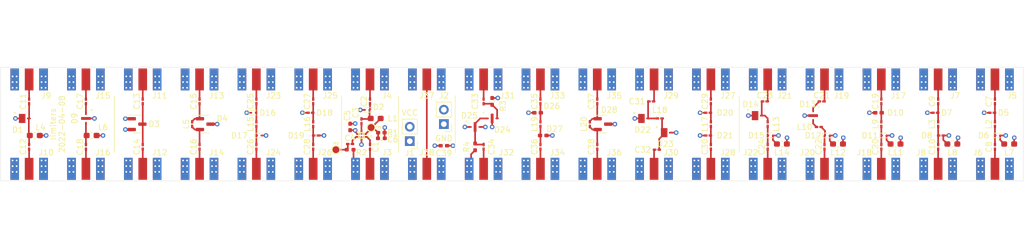
<source format=kicad_pcb>
(kicad_pcb (version 20211014) (generator pcbnew)
  (layers (0 "F.Cu" signal) (1 "In1.Cu" signal) (2 "In2.Cu" signal) (31 "B.Cu" signal) (34 "B.Paste" user) (35 "F.Paste" user) (36 "B.SilkS" user "B.Silkscreen") (37 "F.SilkS" user "F.Silkscreen") (38 "B.Mask" user) (39 "F.Mask" user) (44 "Edge.Cuts" user))
  (net 0 "")
  (net 1 "Net-(C1-Pad2)")
  (net 2 "Net-(C1-Pad1)")
  (net 3 "Net-(C2-Pad2)")
  (net 4 "Net-(C2-Pad1)")
  (net 5 "Net-(C3-Pad1)")
  (net 6 "Net-(C4-Pad2)")
  (net 7 "Net-(C4-Pad1)")
  (net 8 "VCC")
  (net 9 "GND")
  (net 10 "Net-(C6-Pad1)")
  (net 11 "Net-(C7-Pad2)")
  (net 12 "Net-(C7-Pad1)")
  (net 13 "Net-(C8-Pad2)")
  (net 14 "Net-(C8-Pad1)")
  (net 15 "Net-(C9-Pad2)")
  (net 16 "Net-(C9-Pad1)")
  (net 17 "Net-(C10-Pad2)")
  (net 18 "Net-(C10-Pad1)")
  (net 19 "Net-(C11-Pad2)")
  (net 20 "Net-(C11-Pad1)")
  (net 21 "Net-(C12-Pad1)")
  (net 22 "Net-(C13-Pad2)")
  (net 23 "Net-(C13-Pad1)")
  (net 24 "Net-(C14-Pad1)")
  (net 25 "Net-(C15-Pad2)")
  (net 26 "Net-(C15-Pad1)")
  (net 27 "Net-(C16-Pad2)")
  (net 28 "Net-(C16-Pad1)")
  (net 29 "Net-(C17-Pad2)")
  (net 30 "Net-(C17-Pad1)")
  (net 31 "Net-(C18-Pad2)")
  (net 32 "Net-(C18-Pad1)")
  (net 33 "Net-(C19-Pad2)")
  (net 34 "Net-(C19-Pad1)")
  (net 35 "Net-(C20-Pad2)")
  (net 36 "Net-(C20-Pad1)")
  (net 37 "Net-(C21-Pad2)")
  (net 38 "Net-(C21-Pad1)")
  (net 39 "Net-(C22-Pad2)")
  (net 40 "Net-(C22-Pad1)")
  (net 41 "Net-(C23-Pad2)")
  (net 42 "Net-(C23-Pad1)")
  (net 43 "Net-(C24-Pad2)")
  (net 44 "Net-(C24-Pad1)")
  (net 45 "Net-(C25-Pad2)")
  (net 46 "Net-(C25-Pad1)")
  (net 47 "Net-(C26-Pad2)")
  (net 48 "Net-(C26-Pad1)")
  (net 49 "Net-(C27-Pad2)")
  (net 50 "Net-(C27-Pad1)")
  (net 51 "Net-(C28-Pad2)")
  (net 52 "Net-(C28-Pad1)")
  (net 53 "Net-(C29-Pad2)")
  (net 54 "Net-(C29-Pad1)")
  (net 55 "Net-(C30-Pad2)")
  (net 56 "Net-(C30-Pad1)")
  (net 57 "Net-(C31-Pad2)")
  (net 58 "Net-(C31-Pad1)")
  (net 59 "Net-(C32-Pad2)")
  (net 60 "Net-(C32-Pad1)")
  (net 61 "Net-(C33-Pad2)")
  (net 62 "Net-(C33-Pad1)")
  (net 63 "Net-(C34-Pad2)")
  (net 64 "Net-(C34-Pad1)")
  (net 65 "Net-(C35-Pad2)")
  (net 66 "Net-(C35-Pad1)")
  (net 67 "Net-(C36-Pad2)")
  (net 68 "Net-(C36-Pad1)")
  (net 69 "Net-(C37-Pad2)")
  (net 70 "Net-(C37-Pad1)")
  (net 71 "Net-(C38-Pad2)")
  (net 72 "Net-(C38-Pad1)")
  (net 73 "Net-(D13-Pad3)")
  (net 74 "Net-(J37-Pad1)")
  (footprint "Capacitor_SMD:C_0201_0603Metric_Pad0.64x0.40mm_HandSolder" (layer "F.Cu") (at 108.5 109.5 90)
    (fp_text reference "C3")
    (fp_text value "220 nF")
  )
  (footprint "Capacitor_SMD:C_0201_0603Metric_Pad0.64x0.40mm_HandSolder" (layer "F.Cu") (at 106.5 113.5)
    (fp_text reference "C4")
    (fp_text value "220 nF")
  )
  (footprint "Capacitor_SMD:C_0402_1005Metric_Pad0.74x0.62mm_HandSolder" (layer "F.Cu") (at 106.5 110.5 -90)
    (fp_text reference "C5")
    (fp_text value "10 nF")
  )
  (footprint "Capacitor_SMD:C_0402_1005Metric_Pad0.74x0.62mm_HandSolder" (layer "F.Cu") (at 112 111.5)
    (fp_text reference "C6")
    (fp_text value "C")
  )
  (footprint "Capacitor_SMD:C_0201_0603Metric_Pad0.64x0.40mm_HandSolder" (layer "F.Cu") (at 220 106 90)
    (fp_text reference "C7")
    (fp_text value "220 nF")
  )
  (footprint "Capacitor_SMD:C_0201_0603Metric_Pad0.64x0.40mm_HandSolder" (layer "F.Cu") (at 220 114 90)
    (fp_text reference "C8")
    (fp_text value "220 nF")
  )
  (footprint "Capacitor_SMD:C_0201_0603Metric_Pad0.64x0.40mm_HandSolder" (layer "F.Cu") (at 210 106 90)
    (fp_text reference "C9")
    (fp_text value "220 nF")
  )
  (footprint "Capacitor_SMD:C_0201_0603Metric_Pad0.64x0.40mm_HandSolder" (layer "F.Cu") (at 210 114 90)
    (fp_text reference "C10")
    (fp_text value "220 nF")
  )
  (footprint "Capacitor_SMD:C_0201_0603Metric_Pad0.64x0.40mm_HandSolder" (layer "F.Cu") (at 50 114 90)
    (fp_text reference "C12")
    (fp_text value "220 nF")
  )
  (footprint "Capacitor_SMD:C_0201_0603Metric_Pad0.64x0.40mm_HandSolder" (layer "F.Cu") (at 70 106 90)
    (fp_text reference "C13")
    (fp_text value "220 nF")
  )
  (footprint "Capacitor_SMD:C_0201_0603Metric_Pad0.64x0.40mm_HandSolder" (layer "F.Cu") (at 70 114 90)
    (fp_text reference "C14")
    (fp_text value "220 nF")
  )
  (footprint "Capacitor_SMD:C_0201_0603Metric_Pad0.64x0.40mm_HandSolder" (layer "F.Cu") (at 80 106 90)
    (fp_text reference "C15")
    (fp_text value "220 nF")
  )
  (footprint "Capacitor_SMD:C_0201_0603Metric_Pad0.64x0.40mm_HandSolder" (layer "F.Cu") (at 80 114 90)
    (fp_text reference "C16")
    (fp_text value "220 nF")
  )
  (footprint "Capacitor_SMD:C_0201_0603Metric_Pad0.64x0.40mm_HandSolder" (layer "F.Cu") (at 60 106 90)
    (fp_text reference "C17")
    (fp_text value "220 nF")
  )
  (footprint "Capacitor_SMD:C_0201_0603Metric_Pad0.64x0.40mm_HandSolder" (layer "F.Cu") (at 60 114 90)
    (fp_text reference "C18")
    (fp_text value "220 nF")
  )
  (footprint "Capacitor_SMD:C_0201_0603Metric_Pad0.64x0.40mm_HandSolder" (layer "F.Cu") (at 200 106 90)
    (fp_text reference "C19")
    (fp_text value "220 nF")
  )
  (footprint "Capacitor_SMD:C_0201_0603Metric_Pad0.64x0.40mm_HandSolder" (layer "F.Cu") (at 200 114 90)
    (fp_text reference "C20")
    (fp_text value "220 nF")
  )
  (footprint "Capacitor_SMD:C_0201_0603Metric_Pad0.64x0.40mm_HandSolder" (layer "F.Cu") (at 189.5 106)
    (fp_text reference "C21")
    (fp_text value "220 nF")
  )
  (footprint "Capacitor_SMD:C_0201_0603Metric_Pad0.64x0.40mm_HandSolder" (layer "F.Cu") (at 190 114 90)
    (fp_text reference "C22")
    (fp_text value "220 nF")
  )
  (footprint "Capacitor_SMD:C_0201_0603Metric_Pad0.64x0.40mm_HandSolder" (layer "F.Cu") (at 179.5 106)
    (fp_text reference "C23")
    (fp_text value "220 nF")
  )
  (footprint "Capacitor_SMD:C_0201_0603Metric_Pad0.64x0.40mm_HandSolder" (layer "F.Cu") (at 180 114 90)
    (fp_text reference "C24")
    (fp_text value "220 nF")
  )
  (footprint "Capacitor_SMD:C_0201_0603Metric_Pad0.64x0.40mm_HandSolder" (layer "F.Cu") (at 90 106 90)
    (fp_text reference "C25")
    (fp_text value "220 nF")
  )
  (footprint "Capacitor_SMD:C_0201_0603Metric_Pad0.64x0.40mm_HandSolder" (layer "F.Cu") (at 90 114 90)
    (fp_text reference "C26")
    (fp_text value "220 nF")
  )
  (footprint "Capacitor_SMD:C_0201_0603Metric_Pad0.64x0.40mm_HandSolder" (layer "F.Cu") (at 100 106 90)
    (fp_text reference "C27")
    (fp_text value "220 nF")
  )
  (footprint "Capacitor_SMD:C_0201_0603Metric_Pad0.64x0.40mm_HandSolder" (layer "F.Cu") (at 100 114 90)
    (fp_text reference "C28")
    (fp_text value "220 nF")
  )
  (footprint "Capacitor_SMD:C_0201_0603Metric_Pad0.64x0.40mm_HandSolder" (layer "F.Cu") (at 170 106 90)
    (fp_text reference "C29")
    (fp_text value "220 nF")
  )
  (footprint "Capacitor_SMD:C_0201_0603Metric_Pad0.64x0.40mm_HandSolder" (layer "F.Cu") (at 170 114 90)
    (fp_text reference "C30")
    (fp_text value "220 nF")
  )
  (footprint "Capacitor_SMD:C_0201_0603Metric_Pad0.64x0.40mm_HandSolder" (layer "F.Cu") (at 160.5 114.5)
    (fp_text reference "C32")
    (fp_text value "220 nF")
  )
  (footprint "Capacitor_SMD:C_0201_0603Metric_Pad0.64x0.40mm_HandSolder" (layer "F.Cu") (at 130 106 90)
    (fp_text reference "C33")
    (fp_text value "220 nF")
  )
  (footprint "Capacitor_SMD:C_0201_0603Metric_Pad0.64x0.40mm_HandSolder" (layer "F.Cu") (at 140 106 90)
    (fp_text reference "C35")
    (fp_text value "220 nF")
  )
  (footprint "Capacitor_SMD:C_0201_0603Metric_Pad0.64x0.40mm_HandSolder" (layer "F.Cu") (at 140 114 90)
    (fp_text reference "C36")
    (fp_text value "220 nF")
  )
  (footprint "Capacitor_SMD:C_0201_0603Metric_Pad0.64x0.40mm_HandSolder" (layer "F.Cu") (at 150 106 90)
    (fp_text reference "C37")
    (fp_text value "220 nF")
  )
  (footprint "Capacitor_SMD:C_0201_0603Metric_Pad0.64x0.40mm_HandSolder" (layer "F.Cu") (at 150 114 90)
    (fp_text reference "C38")
    (fp_text value "220 nF")
  )
  (footprint "limiters:SMP1345-087LF" (layer "F.Cu") (at 49 109)
    (fp_text reference "D1")
    (fp_text value "D")
  )
  (footprint "Diode_SMD:D_SOD-923" (layer "F.Cu") (at 109.5 107.5 180)
    (fp_text reference "D2")
    (fp_text value "D_Schottky")
  )
  (footprint "Package_TO_SOT_SMD:SOT-23" (layer "F.Cu") (at 69 110)
    (fp_text reference "D3")
    (fp_text value "D_Schottky_Dual_Series_AKC")
  )
  (footprint "Diode_SMD:D_0201_0603Metric_Pad0.64x0.40mm_HandSolder" (layer "F.Cu") (at 219.5 108)
    (fp_text reference "D5")
    (fp_text value "D")
  )
  (footprint "Diode_SMD:D_SOD-923" (layer "F.Cu") (at 220.5 112)
    (fp_text reference "D6")
    (fp_text value "D_Schottky")
  )
  (footprint "Diode_SMD:D_0201_0603Metric_Pad0.64x0.40mm_HandSolder" (layer "F.Cu") (at 209.5 108)
    (fp_text reference "D7")
    (fp_text value "D")
  )
  (footprint "limiters:SMP1304-085LF" (layer "F.Cu") (at 60 109 -90)
    (fp_text reference "D9")
    (fp_text value "D_AKA")
  )
  (footprint "Diode_SMD:D_0402_1005Metric_Pad0.77x0.64mm_HandSolder" (layer "F.Cu") (at 199.5 108)
    (fp_text reference "D10")
    (fp_text value "D")
  )
  (footprint "Diode_SMD:D_SOD-923" (layer "F.Cu") (at 200.5 112)
    (fp_text reference "D11")
    (fp_text value "D_Schottky")
  )
  (footprint "Diode_SMD:D_SOD-923" (layer "F.Cu") (at 190.5 112)
    (fp_text reference "D12")
    (fp_text value "D_Schottky")
  )
  (footprint "limiters:SMP1345-087LF" (layer "F.Cu") (at 178 108.5)
    (fp_text reference "D14")
    (fp_text value "D")
  )
  (footprint "Diode_SMD:D_SOD-923" (layer "F.Cu") (at 180.5 112)
    (fp_text reference "D15")
    (fp_text value "D_Schottky")
  )
  (footprint "Diode_SMD:D_SOD-923" (layer "F.Cu") (at 89.5 108)
    (fp_text reference "D16")
    (fp_text value "D_Schottky")
  )
  (footprint "Diode_SMD:D_0201_0603Metric_Pad0.64x0.40mm_HandSolder" (layer "F.Cu") (at 100.5 112)
    (fp_text reference "D19")
    (fp_text value "D_Schottky")
  )
  (footprint "limiters:SMP1345-087LF" (layer "F.Cu") (at 162 111.5)
    (fp_text reference "D23")
    (fp_text value "D")
  )
  (footprint "Diode_SMD:D_0402_1005Metric_Pad0.77x0.64mm_HandSolder" (layer "F.Cu") (at 139.5 108)
    (fp_text reference "D26")
    (fp_text value "D")
  )
  (footprint "Diode_SMD:D_0402_1005Metric_Pad0.77x0.64mm_HandSolder" (layer "F.Cu") (at 140.5 112)
    (fp_text reference "D27")
    (fp_text value "D")
  )
  (footprint "Package_TO_SOT_SMD:SOT-23" (layer "F.Cu") (at 151 110)
    (fp_text reference "D28")
    (fp_text value "D_Dual_Series_AKC")
  )
  (footprint "limiters:SMA-EDGE" (layer "F.Cu") (at 110 120 90)
    (fp_text reference "J3")
    (fp_text value "Conn_Coaxial")
  )
  (footprint "limiters:SMA-EDGE" (layer "F.Cu") (at 220 100 -90)
    (fp_text reference "J5")
    (fp_text value "Conn_Coaxial")
  )
  (footprint "limiters:SMA-EDGE" (layer "F.Cu") (at 220 120 90)
    (fp_text reference "J6")
    (fp_text value "Conn_Coaxial")
  )
  (footprint "limiters:SMA-EDGE" (layer "F.Cu") (at 210 100 -90)
    (fp_text reference "J7")
    (fp_text value "Conn_Coaxial")
  )
  (footprint "limiters:SMA-EDGE" (layer "F.Cu") (at 210 120 90)
    (fp_text reference "J8")
    (fp_text value "Conn_Coaxial")
  )
  (footprint "limiters:SMA-EDGE" (layer "F.Cu") (at 50 100 -90)
    (fp_text reference "J9")
    (fp_text value "Conn_Coaxial")
  )
  (footprint "limiters:SMA-EDGE" (layer "F.Cu") (at 50 120 90)
    (fp_text reference "J10")
    (fp_text value "Conn_Coaxial")
  )
  (footprint "limiters:SMA-EDGE" (layer "F.Cu") (at 70 100 -90)
    (fp_text reference "J11")
    (fp_text value "Conn_Coaxial")
  )
  (footprint "limiters:SMA-EDGE" (layer "F.Cu") (at 70 120 90)
    (fp_text reference "J12")
    (fp_text value "Conn_Coaxial")
  )
  (footprint "limiters:SMA-EDGE" (layer "F.Cu") (at 80 100 -90)
    (fp_text reference "J13")
    (fp_text value "Conn_Coaxial")
  )
  (footprint "limiters:SMA-EDGE" (layer "F.Cu") (at 80 120 90)
    (fp_text reference "J14")
    (fp_text value "Conn_Coaxial")
  )
  (footprint "limiters:SMA-EDGE" (layer "F.Cu") (at 60 100 -90)
    (fp_text reference "J15")
    (fp_text value "Conn_Coaxial")
  )
  (footprint "limiters:SMA-EDGE" (layer "F.Cu") (at 60 120 90)
    (fp_text reference "J16")
    (fp_text value "Conn_Coaxial")
  )
  (footprint "limiters:SMA-EDGE" (layer "F.Cu") (at 200 100 -90)
    (fp_text reference "J17")
    (fp_text value "Conn_Coaxial")
  )
  (footprint "limiters:SMA-EDGE" (layer "F.Cu") (at 200 120 90)
    (fp_text reference "J18")
    (fp_text value "Conn_Coaxial")
  )
  (footprint "limiters:SMA-EDGE" (layer "F.Cu") (at 190 100 -90)
    (fp_text reference "J19")
    (fp_text value "Conn_Coaxial")
  )
  (footprint "limiters:SMA-EDGE" (layer "F.Cu") (at 190 120 90)
    (fp_text reference "J20")
    (fp_text value "Conn_Coaxial")
  )
  (footprint "limiters:SMA-EDGE" (layer "F.Cu") (at 180 100 -90)
    (fp_text reference "J21")
    (fp_text value "Conn_Coaxial")
  )
  (footprint "limiters:SMA-EDGE" (layer "F.Cu") (at 180 120 90)
    (fp_text reference "J22")
    (fp_text value "Conn_Coaxial")
  )
  (footprint "limiters:SMA-EDGE" (layer "F.Cu") (at 90 100 -90)
    (fp_text reference "J23")
    (fp_text value "Conn_Coaxial")
  )
  (footprint "limiters:SMA-EDGE" (layer "F.Cu") (at 90 120 90)
    (fp_text reference "J24")
    (fp_text value "Conn_Coaxial")
  )
  (footprint "limiters:SMA-EDGE" (layer "F.Cu") (at 100 100 -90)
    (fp_text reference "J25")
    (fp_text value "Conn_Coaxial")
  )
  (footprint "limiters:SMA-EDGE" (layer "F.Cu") (at 100 120 90)
    (fp_text reference "J26")
    (fp_text value "Conn_Coaxial")
  )
  (footprint "limiters:SMA-EDGE" (layer "F.Cu") (at 170 100 -90)
    (fp_text reference "J27")
    (fp_text value "Conn_Coaxial")
  )
  (footprint "limiters:SMA-EDGE" (layer "F.Cu") (at 170 120 90)
    (fp_text reference "J28")
    (fp_text value "Conn_Coaxial")
  )
  (footprint "limiters:SMA-EDGE" (layer "F.Cu") (at 160 100 -90)
    (fp_text reference "J29")
    (fp_text value "Conn_Coaxial")
  )
  (footprint "limiters:SMA-EDGE" (layer "F.Cu") (at 160 120 90)
    (fp_text reference "J30")
    (fp_text value "Conn_Coaxial")
  )
  (footprint "limiters:SMA-EDGE" (layer "F.Cu") (at 130 100 -90)
    (fp_text reference "J31")
    (fp_text value "Conn_Coaxial")
  )
  (footprint "limiters:SMA-EDGE" (layer "F.Cu") (at 130 120 90)
    (fp_text reference "J32")
    (fp_text value "Conn_Coaxial")
  )
  (footprint "limiters:SMA-EDGE" (layer "F.Cu") (at 140 120 90)
    (fp_text reference "J34")
    (fp_text value "Conn_Coaxial")
  )
  (footprint "limiters:SMA-EDGE" (layer "F.Cu") (at 150 100 -90)
    (fp_text reference "J35")
    (fp_text value "Conn_Coaxial")
  )
  (footprint "limiters:SMA-EDGE" (layer "F.Cu") (at 150 120 90)
    (fp_text reference "J36")
    (fp_text value "Conn_Coaxial")
  )
  (footprint "limiters:SMA-EDGE" (layer "F.Cu") (at 120 100 -90)
    (fp_text reference "J37")
    (fp_text value "Conn_Coaxial")
  )
  (footprint "Inductor_SMD:L_0201_0603Metric_Pad0.64x0.40mm_HandSolder" (layer "F.Cu") (at 220 110 90)
    (fp_text reference "L2")
    (fp_text value "0.4 nH")
  )
  (footprint "Inductor_SMD:L_0201_0603Metric_Pad0.64x0.40mm_HandSolder" (layer "F.Cu") (at 210 110 90)
    (fp_text reference "L3")
    (fp_text value "1.0 nH")
  )
  (footprint "Inductor_SMD:L_0603_1608Metric_Pad1.05x0.95mm_HandSolder" (layer "F.Cu") (at 51 112)
    (fp_text reference "L4")
    (fp_text value "L")
  )
  (footprint "Inductor_SMD:L_0603_1608Metric_Pad1.05x0.95mm_HandSolder" (layer "F.Cu") (at 222.5 113.5)
    (fp_text reference "L7")
    (fp_text value "L")
  )
  (footprint "Inductor_SMD:L_0603_1608Metric_Pad1.05x0.95mm_HandSolder" (layer "F.Cu") (at 212.5 113.5)
    (fp_text reference "L8")
    (fp_text value "L")
  )
  (footprint "Inductor_SMD:L_0201_0603Metric_Pad0.64x0.40mm_HandSolder" (layer "F.Cu") (at 200 110 90)
    (fp_text reference "L9")
    (fp_text value "0.4 nH")
  )
  (footprint "Inductor_SMD:L_0603_1608Metric_Pad1.05x0.95mm_HandSolder" (layer "F.Cu") (at 202.5 113.5)
    (fp_text reference "L11")
    (fp_text value "L")
  )
  (footprint "Inductor_SMD:L_0603_1608Metric_Pad1.05x0.95mm_HandSolder" (layer "F.Cu") (at 192.375 113.5)
    (fp_text reference "L12")
    (fp_text value "L")
  )
  (footprint "Inductor_SMD:L_0201_0603Metric_Pad0.64x0.40mm_HandSolder" (layer "F.Cu") (at 180 110 90)
    (fp_text reference "L13")
    (fp_text value "0.4 nH")
  )
  (footprint "Inductor_SMD:L_0603_1608Metric_Pad1.05x0.95mm_HandSolder" (layer "F.Cu") (at 182.5 113.5)
    (fp_text reference "L14")
    (fp_text value "L")
  )
  (footprint "Inductor_SMD:L_0201_0603Metric_Pad0.64x0.40mm_HandSolder" (layer "F.Cu") (at 140 110 90)
    (fp_text reference "L19")
    (fp_text value "1.4 nH")
  )
  (footprint "Resistor_SMD:R_0402_1005Metric_Pad0.72x0.64mm_HandSolder" (layer "F.Cu") (at 106.5 114.5)
    (fp_text reference "R2")
    (fp_text value "50")
  )
  (footprint "Resistor_SMD:R_0402_1005Metric_Pad0.72x0.64mm_HandSolder" (layer "F.Cu") (at 131.5 106 -90)
    (fp_text reference "R3")
    (fp_text value "10k")
  )
  (footprint "gsg-modules:TESTPOINT-50MIL" (layer "F.Cu") (at 110.2 110.6)
    (fp_text reference "TP1")
    (fp_text value "TestPoint" hide)
  )
  (footprint "gsg-modules:TESTPOINT-50MIL" (layer "F.Cu") (at 104 114.5)
    (fp_text reference "TP2")
    (fp_text value "TestPoint" hide)
  )
  (footprint "Diode_SMD:D_0201_0603Metric_Pad0.64x0.40mm_HandSolder" (layer "F.Cu") (at 169.5 112 180)
    (fp_text reference "D21")
    (fp_text value "D")
  )
  (footprint "Capacitor_SMD:C_0201_0603Metric_Pad0.64x0.40mm_HandSolder" (layer "F.Cu") (at 50 106 90)
    (fp_text reference "C11")
    (fp_text value "220 nF")
  )
  (footprint "Inductor_SMD:L_0603_1608Metric_Pad1.05x0.95mm_HandSolder" (layer "F.Cu") (at 61 112)
    (fp_text reference "L6")
    (fp_text value "L")
  )
  (footprint "Package_TO_SOT_SMD:SOT-23" (layer "F.Cu") (at 81 110)
    (fp_text reference "D4")
    (fp_text value "D_Schottky_Dual_Series_AKC")
  )
  (footprint "Inductor_SMD:L_0201_0603Metric_Pad0.64x0.40mm_HandSolder" (layer "F.Cu") (at 90 110 90)
    (fp_text reference "L15")
    (fp_text value "1.4 nH")
  )
  (footprint "Diode_SMD:D_SOD-923" (layer "F.Cu") (at 90.5 112)
    (fp_text reference "D17")
    (fp_text value "D_Schottky")
  )
  (footprint "Diode_SMD:D_0201_0603Metric_Pad0.64x0.40mm_HandSolder" (layer "F.Cu") (at 99.5 108)
    (fp_text reference "D18")
    (fp_text value "D_Schottky")
  )
  (footprint "limiters:SMA-EDGE" (layer "F.Cu") (at 110 100 -90)
    (fp_text reference "J4")
    (fp_text value "Conn_Coaxial")
  )
  (footprint "Capacitor_SMD:C_0201_0603Metric_Pad0.64x0.40mm_HandSolder" (layer "F.Cu") (at 110 106 90)
    (fp_text reference "C2")
    (fp_text value "220 nF")
  )
  (footprint "Resistor_SMD:R_0402_1005Metric_Pad0.72x0.64mm_HandSolder" (layer "F.Cu") (at 112 112.5)
    (fp_text reference "R1")
    (fp_text value "10k")
  )
  (footprint "gsg-modules:SKY13350-385LF" (layer "F.Cu") (at 108.5 112)
    (fp_text reference "U1")
    (fp_text value "SKY13453" hide)
  )
  (footprint "Inductor_SMD:L_0603_1608Metric_Pad1.05x0.95mm_HandSolder" (layer "F.Cu") (at 111 109 180)
    (fp_text reference "L1")
    (fp_text value "L")
  )
  (footprint "Capacitor_SMD:C_0201_0603Metric_Pad0.64x0.40mm_HandSolder" (layer "F.Cu") (at 110 114 90)
    (fp_text reference "C1")
    (fp_text value "220 nF")
  )
  (footprint "limiters:SMA-EDGE" (layer "F.Cu") (at 120 120 90)
    (fp_text reference "J38")
    (fp_text value "Conn_Coaxial")
  )
  (footprint "Inductor_SMD:L_0201_0603Metric_Pad0.64x0.40mm_HandSolder" (layer "F.Cu") (at 78.7 110 90)
    (fp_text reference "L5")
    (fp_text value "1.4 nH")
  )
  (footprint "Inductor_SMD:L_0201_0603Metric_Pad0.64x0.40mm_HandSolder" (layer "F.Cu") (at 148.7 110 90)
    (fp_text reference "L20")
    (fp_text value "1.4 nH")
  )
  (footprint "limiters:SMA-EDGE" (layer "F.Cu") (at 140 100 -90)
    (fp_text reference "J33")
    (fp_text value "Conn_Coaxial")
  )
  (footprint "limiters:SMP1304-085LF" (layer "F.Cu") (at 128.5 110.5)
    (fp_text reference "D25")
    (fp_text value "D_AKA")
  )
  (footprint "limiters:SMP1304-085LF" (layer "F.Cu") (at 131.5 109)
    (fp_text reference "D24")
    (fp_text value "D_AKA")
  )
  (footprint "limiters:SMP1345-087LF" (layer "F.Cu") (at 158 109)
    (fp_text reference "D22")
    (fp_text value "D")
  )
  (footprint "Inductor_SMD:L_0201_0603Metric_Pad0.64x0.40mm_HandSolder" (layer "F.Cu") (at 100 110 90)
    (fp_text reference "L16")
    (fp_text value "1.0 nH")
  )
  (footprint "Inductor_SMD:L_0201_0603Metric_Pad0.64x0.40mm_HandSolder" (layer "F.Cu") (at 161 109 180)
    (fp_text reference "L18")
    (fp_text value "0.8 nH")
  )
  (footprint "Capacitor_SMD:C_0201_0603Metric_Pad0.64x0.40mm_HandSolder" (layer "F.Cu") (at 159.5 106)
    (fp_text reference "C31")
    (fp_text value "220 nF")
  )
  (footprint "Capacitor_SMD:C_0201_0603Metric_Pad0.64x0.40mm_HandSolder" (layer "F.Cu") (at 130 114 90)
    (fp_text reference "C34")
    (fp_text value "220 nF")
  )
  (footprint "Resistor_SMD:R_0402_1005Metric_Pad0.72x0.64mm_HandSolder" (layer "F.Cu") (at 128.5 114 -90)
    (fp_text reference "R4")
    (fp_text value "10k")
  )
  (footprint "Inductor_SMD:L_0201_0603Metric_Pad0.64x0.40mm_HandSolder" (layer "F.Cu") (at 170 110 90)
    (fp_text reference "L17")
    (fp_text value "1.4 nH")
  )
  (footprint "Diode_SMD:D_0201_0603Metric_Pad0.64x0.40mm_HandSolder" (layer "F.Cu") (at 169.5 108)
    (fp_text reference "D20")
    (fp_text value "D")
  )
  (footprint "Inductor_SMD:L_0201_0603Metric_Pad0.64x0.40mm_HandSolder" (layer "F.Cu") (at 189 110.5 180)
    (fp_text reference "L10")
    (fp_text value "0.6 nH")
  )
  (footprint "limiters:SMP1304-085LF" (layer "F.Cu") (at 188 108.5 -90)
    (fp_text reference "D13")
    (fp_text value "D_AKA")
  )
  (footprint "Diode_SMD:D_0201_0603Metric_Pad0.64x0.40mm_HandSolder" (layer "F.Cu") (at 210.5 112)
    (fp_text reference "D8")
    (fp_text value "D_Schottky")
  )
  (footprint "Connector_PinHeader_2.54mm:PinHeader_1x02_P2.54mm_Vertical" (layer "F.Cu") (at 117 113 180)
    (fp_text reference "J1")
    (fp_text value "Conn_01x02")
  )
  (footprint "Connector_PinHeader_2.54mm:PinHeader_1x02_P2.54mm_Vertical" (layer "F.Cu") (at 123 110 180)
    (fp_text reference "J2")
    (fp_text value "Conn_01x02")
  )
  (footprint "Capacitor_SMD:C_0402_1005Metric_Pad0.74x0.62mm_HandSolder" (layer "F.Cu") (at 123 113.8)
    (fp_text reference "C39")
    (fp_text value "10 nF")
  )
  (gr_line (start 175 105) (end 175 115) (layer "F.SilkS") (width 0.12))
  (gr_line (start 125 105) (end 125 115) (layer "F.SilkS") (width 0.12))
  (gr_line (start 105 105) (end 105 115) (layer "F.SilkS") (width 0.12))
  (gr_line (start 65 105) (end 65 115) (layer "F.SilkS") (width 0.12))
  (gr_line (start 115 105) (end 115 115) (layer "F.SilkS") (width 0.12))
  (gr_line (start 225 100) (end 45 100) (layer "Edge.Cuts") (width 0.05))
  (gr_line (start 45 120) (end 225 120) (layer "Edge.Cuts") (width 0.05))
  (gr_line (start 225 120) (end 225 100) (layer "Edge.Cuts") (width 0.05))
  (gr_line (start 45 100) (end 45 120) (layer "Edge.Cuts") (width 0.05))
  (gr_text "limiters\n2022-04-08" (at 55 110 90) (layer "F.SilkS") (effects (font (size 1 1))))
  (gr_text "GND" (at 123 112.5) (layer "F.SilkS") (effects (font (size 1 1))))
  (gr_text "VCC" (at 117 108) (layer "F.SilkS") (effects (font (size 1 1))))
  (segment (start 110 113.5925) (end 110 112.8) (width 0.29337) (layer "F.Cu") (net 1))
  (segment (start 110 112.8) (end 109.44892 112.24892) (width 0.29337) (layer "F.Cu") (net 1))
  (segment (start 109.44892 112.24892) (end 109.1435 112.24892) (width 0.29337) (layer "F.Cu") (net 1))
  (segment (start 110 114.4075) (end 110 117.968) (width 0.29337) (layer "F.Cu") (net 2))
  (segment (start 110 105.5925) (end 110 102.032) (width 0.29337) (layer "F.Cu") (net 3))
  (segment (start 110 107.42) (end 109.92 107.5) (width 0.29337) (layer "F.Cu") (net 4))
  (segment (start 110.0325 109.0925) (end 110.125 109) (width 0.29337) (layer "F.Cu") (net 4))
  (segment (start 110 106.4075) (end 110 107.42) (width 0.29337) (layer "F.Cu") (net 4))
  (segment (start 109.92 107.5) (end 109.92 108.795) (width 0.29337) (layer "F.Cu") (net 4))
  (segment (start 108.5 109.0925) (end 110.0325 109.0925) (width 0.29337) (layer "F.Cu") (net 4))
  (segment (start 109.92 108.795) (end 110.125 109) (width 0.29337) (layer "F.Cu") (net 4))
  (segment (start 108.5 109.9075) (end 108.5 111.448) (width 0.29337) (layer "F.Cu") (net 5))
  (segment (start 107.55108 112.24892) (end 107.8565 112.24892) (width 0.29337) (layer "F.Cu") (net 6))
  (segment (start 106.9075 113.5) (end 106.9075 112.8925) (width 0.29337) (layer "F.Cu") (net 6))
  (segment (start 106.9075 112.8925) (end 107.55108 112.24892) (width 0.29337) (layer "F.Cu") (net 6))
  (segment (start 106.0925 113.5) (end 106.0925 114.31) (width 0.29337) (layer "F.Cu") (net 7))
  (segment (start 105.9025 114.5) (end 104 114.5) (width 0.29337) (layer "F.Cu") (net 7))
  (segment (start 106.0925 114.31) (end 105.9025 114.5) (width 0.29337) (layer "F.Cu") (net 7))
  (segment (start 107.8565 111.75108) (end 107.82108 111.75108) (width 0.29337) (layer "F.Cu") (net 8))
  (segment (start 107.3675 111.0675) (end 107.4 111.1) (width 0.29337) (layer "F.Cu") (net 8))
  (segment (start 132.4975 105.4025) (end 132.5 105.4) (width 0.29337) (layer "F.Cu") (net 8))
  (segment (start 123.5675 113.8) (end 124.6 113.8) (width 0.29337) (layer "F.Cu") (net 8))
  (segment (start 106.5 111.0675) (end 107.3675 111.0675) (width 0.29337) (layer "F.Cu") (net 8))
  (segment (start 131.5 105.4025) (end 132.4975 105.4025) (width 0.29337) (layer "F.Cu") (net 8))
  (segment (start 107.4 111.33) (end 107.4 111.1) (width 0.29337) (layer "F.Cu") (net 8))
  (segment (start 107.82108 111.75108) (end 107.4 111.33) (width 0.29337) (layer "F.Cu") (net 8))
  (segment (start 131.5 109) (end 131.5 110.5) (width 0.29337) (layer "F.Cu") (net 8))
  (via (at 107.4 111.1) (size 0.8) (drill 0.4) (layers "F.Cu" "B.Cu") (net 8))
  (via (at 124.6 113.8) (size 0.8) (drill 0.4) (layers "F.Cu" "B.Cu") (net 8))
  (via (at 132.5 105.4) (size 0.8) (drill 0.4) (layers "F.Cu" "B.Cu") (net 8))
  (via (at 131.5 110.5) (size 0.8) (drill 0.4) (layers "F.Cu" "B.Cu") (net 8))
  (segment (start 190.92 112) (end 191.9 112) (width 0.29337) (layer "F.Cu") (net 9))
  (segment (start 107.0975 114.5) (end 107.0975 116.3975) (width 0.29337) (layer "F.Cu") (net 9))
  (segment (start 190.92 112) (end 190.92 112.92) (width 0.29337) (layer "F.Cu") (net 9))
  (segment (start 188 108.5) (end 186.5 108.5) (width 0.29337) (layer "F.Cu") (net 9))
  (segment (start 210.9075 112) (end 211.9 112) (width 0.29337) (layer "F.Cu") (net 9))
  (segment (start 48.775 109) (end 47.6 109) (width 0.29337) (layer "F.Cu") (net 9))
  (segment (start 129.375 110.5) (end 130.3 110.5) (width 0.29337) (layer "F.Cu") (net 9))
  (segment (start 190.92 112.92) (end 191.5 113.5) (width 0.29337) (layer "F.Cu") (net 9))
  (segment (start 157.775 109) (end 156.6 109) (width 0.29337) (layer "F.Cu") (net 9))
  (segment (start 169.0925 112) (end 168.1 112) (width 0.29337) (layer "F.Cu") (net 9))
  (segment (start 89.08 108) (end 88.3 108) (width 0.29337) (layer "F.Cu") (net 9))
  (segment (start 141.0725 112) (end 142.1 112) (width 0.29337) (layer "F.Cu") (net 9))
  (segment (start 220.92 112) (end 221.9 112) (width 0.29337) (layer "F.Cu") (net 9))
  (segment (start 99.0925 108) (end 98.1 108) (width 0.29337) (layer "F.Cu") (net 9))
  (segment (start 112.5675 110.6325) (end 112.6 110.6) (width 0.29337) (layer "F.Cu") (net 9))
  (segment (start 213.375 113.5) (end 213.375 112.525) (width 0.29337) (layer "F.Cu") (net 9))
  (segment (start 68 110.95) (end 66.95 110.95) (width 0.29337) (layer "F.Cu") (net 9))
  (segment (start 193.25 112.45) (end 193.3 112.4) (width 0.29337) (layer "F.Cu") (net 9))
  (segment (start 180.92 112) (end 180.92 112.795) (width 0.29337) (layer "F.Cu") (net 9))
  (segment (start 109.08 107.5) (end 108.3 107.5) (width 0.29337) (layer "F.Cu") (net 9))
  (segment (start 209.0925 108) (end 208.1 108) (width 0.29337) (layer "F.Cu") (net 9))
  (segment (start 112.5675 111.5) (end 112.5675 110.6325) (width 0.29337) (layer "F.Cu") (net 9))
  (segment (start 61.875 112) (end 63 112) (width 0.29337) (layer "F.Cu") (net 9))
  (segment (start 162.95 111.5) (end 163.9 111.5) (width 0.29337) (layer "F.Cu") (net 9))
  (segment (start 200.92 112) (end 200.92 112.795) (width 0.29337) (layer "F.Cu") (net 9))
  (segment (start 108.5 112.552) (end 108.5 113.6) (width 0.29337) (layer "F.Cu") (net 9))
  (segment (start 220.92 112.795) (end 221.625 113.5) (width 0.29337) (layer "F.Cu") (net 9))
  (segment (start 106.5 109.9325) (end 107.3675 109.9325) (width 0.29337) (layer "F.Cu") (net 9))
  (segment (start 138.9275 108) (end 137.9 108) (width 0.29337) (layer "F.Cu") (net 9))
  (segment (start 180.92 112) (end 181.9 112) (width 0.29337) (layer "F.Cu") (net 9))
  (segment (start 210.9075 112) (end 210.9075 112.7825) (width 0.29337) (layer "F.Cu") (net 9))
  (segment (start 68 109.05) (end 66.95 109.05) (width 0.29337) (layer "F.Cu") (net 9))
  (segment (start 223.375 112.425) (end 223.4 112.4) (width 0.29337) (layer "F.Cu") (net 9))
  (segment (start 100.9075 112) (end 101.9 112) (width 0.29337) (layer "F.Cu") (net 9))
  (segment (start 82 110) (end 83.1 110) (width 0.29337) (layer "F.Cu") (net 9))
  (segment (start 107.0975 116.3975) (end 107.1 116.4) (width 0.29337) (layer "F.Cu") (net 9))
  (segment (start 193.25 113.5) (end 193.25 112.45) (width 0.29337) (layer "F.Cu") (net 9))
  (segment (start 169.0925 108) (end 168.1 108) (width 0.29337) (layer "F.Cu") (net 9))
  (segment (start 210.9075 112.7825) (end 211.625 113.5) (width 0.29337) (layer "F.Cu") (net 9))
  (segment (start 198.9275 108) (end 197.9 108) (width 0.29337) (layer "F.Cu") (net 9))
  (segment (start 127.625 110.5) (end 126.7 110.5) (width 0.29337) (layer "F.Cu") (net 9))
  (segment (start 219.0925 108) (end 218.1 108) (width 0.29337) (layer "F.Cu") (net 9))
  (segment (start 183.375 113.5) (end 183.375 112.425) (width 0.29337) (layer "F.Cu") (net 9))
  (segment (start 200.92 112.795) (end 201.625 113.5) (width 0.29337) (layer "F.Cu") (net 9))
  (segment (start 223.375 113.5) (end 223.375 112.425) (width 0.29337) (layer "F.Cu") (net 9))
  (segment (start 122.4325 113.8) (end 121.4 113.8) (width 0.29337) (layer "F.Cu") (net 9))
  (segment (start 213.375 112.525) (end 213.5 112.4) (width 0.29337) (layer "F.Cu") (net 9))
  (segment (start 200.92 112) (end 201.9 112) (width 0.29337) (layer "F.Cu") (net 9))
  (segment (start 112.5675 112.47) (end 112.5975 112.5) (width 0.29337) (layer "F.Cu") (net 9))
  (segment (start 107.3675 109.9325) (end 107.4 109.9) (width 0.29337) (layer "F.Cu") (net 9))
  (segment (start 90.92 112) (end 91.7 112) (width 0.29337) (layer "F.Cu") (net 9))
  (segment (start 128.5 114.5975) (end 127.8 115.2975) (width 0.29337) (layer "F.Cu") (net 9))
  (segment (start 183.375 112.425) (end 183.4 112.4) (width 0.29337) (layer "F.Cu") (net 9))
  (segment (start 177.775 108.5) (end 176.6 108.5) (width 0.29337) (layer "F.Cu") (net 9))
  (segment (start 220.92 112) (end 220.92 112.795) (width 0.29337) (layer "F.Cu") (net 9))
  (segment (start 127.8 115.2975) (end 127.8 116.4) (width 0.29337) (layer "F.Cu") (net 9))
  (segment (start 51.875 112) (end 53 112) (width 0.29337) (layer "F.Cu") (net 9))
  (segment (start 112.5675 111.5) (end 112.5675 112.47) (width 0.29337) (layer "F.Cu") (net 9))
  (segment (start 203.375 113.5) (end 203.375 112.425) (width 0.29337) (layer "F.Cu") (net 9))
  (segment (start 60 109) (end 61.5 109) (width 0.29337) (layer "F.Cu") (net 9))
  (segment (start 203.375 112.425) (end 203.4 112.4) (width 0.29337) (layer "F.Cu") (net 9))
  (segment (start 180.92 112.795) (end 181.625 113.5) (width 0.29337) (layer "F.Cu") (net 9))
  (segment (start 152 110) (end 153.1 110) (width 0.29337) (layer "F.Cu") (net 9))
  (via (at 61.5 109) (size 0.8) (drill 0.4) (layers "F.Cu" "B.Cu") (net 9))
  (via (at 168.1 112) (size 0.8) (drill 0.4) (layers "F.Cu" "B.Cu") (net 9))
  (via (at 53 112) (size 0.8) (drill 0.4) (layers "F.Cu" "B.Cu") (net 9))
  (via (at 107.4 109.9) (size 0.8) (drill 0.4) (layers "F.Cu" "B.Cu") (net 9))
  (via (at 112.6 110.6) (size 0.8) (drill 0.4) (layers "F.Cu" "B.Cu") (net 9))
  (via (at 163.9 111.5) (size 0.8) (drill 0.4) (layers "F.Cu" "B.Cu") (net 9))
  (via (at 63 112) (size 0.8) (drill 0.4) (layers "F.Cu" "B.Cu") (net 9))
  (via (at 83.1 110) (size 0.8) (drill 0.4) (layers "F.Cu" "B.Cu") (net 9))
  (via (at 197.9 108) (size 0.8) (drill 0.4) (layers "F.Cu" "B.Cu") (net 9))
  (via (at 176.6 108.5) (size 0.8) (drill 0.4) (layers "F.Cu" "B.Cu") (net 9))
  (via (at 211.9 112) (size 0.8) (drill 0.4) (layers "F.Cu" "B.Cu") (net 9))
  (via (at 66.95 109.05) (size 0.8) (drill 0.4) (layers "F.Cu" "B.Cu") (net 9))
  (via (at 213.5 112.4) (size 0.8) (drill 0.4) (layers "F.Cu" "B.Cu") (net 9))
  (via (at 108.5 113.6) (size 0.8) (drill 0.4) (layers "F.Cu" "B.Cu") (net 9))
  (via (at 101.9 112) (size 0.8) (drill 0.4) (layers "F.Cu" "B.Cu") (net 9))
  (via (at 47.6 109) (size 0.8) (drill 0.4) (layers "F.Cu" "B.Cu") (net 9))
  (via (at 126.7 110.5) (size 0.8) (drill 0.4) (layers "F.Cu" "B.Cu") (net 9))
  (via (at 98.1 108) (size 0.8) (drill 0.4) (layers "F.Cu" "B.Cu") (net 9))
  (via (at 168.1 108) (size 0.8) (drill 0.4) (layers "F.Cu" "B.Cu") (net 9))
  (via (at 156.6 109) (size 0.8) (drill 0.4) (layers "F.Cu" "B.Cu") (net 9))
  (via (at 121.4 113.8) (size 0.8) (drill 0.4) (layers "F.Cu" "B.Cu") (net 9))
  (via (at 218.1 108) (size 0.8) (drill 0.4) (layers "F.Cu" "B.Cu") (net 9))
  (via (at 108.3 107.5) (size 0.8) (drill 0.4) (layers "F.Cu" "B.Cu") (net 9))
  (via (at 88.3 108) (size 0.8) (drill 0.4) (layers "F.Cu" "B.Cu") (net 9))
  (via (at 181.9 112) (size 0.8) (drill 0.4) (layers "F.Cu" "B.Cu") (net 9))
  (via (at 201.9 112) (size 0.8) (drill 0.4) (layers "F.Cu" "B.Cu") (net 9))
  (via (at 191.9 112) (size 0.8) (drill 0.4) (layers "F.Cu" "B.Cu") (net 9))
  (via (at 130.3 110.5) (size 0.8) (drill 0.4) (layers "F.Cu" "B.Cu") (net 9))
  (via (at 223.4 112.4) (size 0.8) (drill 0.4) (layers "F.Cu" "B.Cu") (net 9))
  (via (at 153.1 110) (size 0.8) (drill 0.4) (layers "F.Cu" "B.Cu") (net 9))
  (via (at 193.3 112.4) (size 0.8) (drill 0.4) (layers "F.Cu" "B.Cu") (net 9))
  (via (at 183.4 112.4) (size 0.8) (drill 0.4) (layers "F.Cu" "B.Cu") (net 9))
  (via (at 221.9 112) (size 0.8) (drill 0.4) (layers "F.Cu" "B.Cu") (net 9))
  (via (at 137.9 108) (size 0.8) (drill 0.4) (layers "F.Cu" "B.Cu") (net 9))
  (via (at 142.1 112) (size 0.8) (drill 0.4) (layers "F.Cu" "B.Cu") (net 9))
  (via (at 91.7 112) (size 0.8) (drill 0.4) (layers "F.Cu" "B.Cu") (net 9))
  (via (at 208.1 108) (size 0.8) (drill 0.4) (layers "F.Cu" "B.Cu") (net 9))
  (via (at 66.95 110.95) (size 0.8) (drill 0.4) (layers "F.Cu" "B.Cu") (net 9))
  (via (at 203.4 112.4) (size 0.8) (drill 0.4) (layers "F.Cu" "B.Cu") (net 9))
  (via (at 186.5 108.5) (size 0.8) (drill 0.4) (layers "F.Cu" "B.Cu") (net 9))
  (segment (start 110.2 110.6) (end 110.275 110.6) (width 0.29337) (layer "F.Cu") (net 10))
  (segment (start 110.2 110.76) (end 109.20892 111.75108) (width 0.29337) (layer "F.Cu") (net 10))
  (segment (start 110.275 110.6) (end 111.875 109) (width 0.29337) (layer "F.Cu") (net 10))
  (segment (start 110.2 110.6) (end 110.2 110.76) (width 0.29337) (layer "F.Cu") (net 10))
  (segment (start 110.2 110.6) (end 110.5325 110.6) (width 0.29337) (layer "F.Cu") (net 10))
  (segment (start 111.4325 112.47) (end 111.4025 112.5) (width 0.29337) (layer "F.Cu") (net 10))
  (segment (start 111.4325 111.5) (end 111.4325 112.47) (width 0.29337) (layer "F.Cu") (net 10))
  (segment (start 110.5325 110.6) (end 111.4325 111.5) (width 0.29337) (layer "F.Cu") (net 10))
  (segment (start 109.20892 111.75108) (end 109.1435 111.75108) (width 0.29337) (layer "F.Cu") (net 10))
  (segment (start 220 105.5925) (end 220 102.032) (width 0.29337) (layer "F.Cu") (net 11))
  (segment (start 220 109.5925) (end 220 108.0925) (width 0.29337) (layer "F.Cu") (net 12))
  (segment (start 220 107.9075) (end 219.9075 108) (width 0.29337) (layer "F.Cu") (net 12))
  (segment (start 220 106.4075) (end 220 107.9075) (width 0.29337) (layer "F.Cu") (net 12))
  (segment (start 220 108.0925) (end 219.9075 108) (width 0.29337) (layer "F.Cu") (net 12))
  (segment (start 220 113.5925) (end 220 112.08) (width 0.29337) (layer "F.Cu") (net 13))
  (segment (start 220 112.08) (end 220.08 112) (width 0.29337) (layer "F.Cu") (net 13))
  (segment (start 220 111.92) (end 220.08 112) (width 0.29337) (layer "F.Cu") (net 13))
  (segment (start 220 110.4075) (end 220 111.92) (width 0.29337) (layer "F.Cu") (net 13))
  (segment (start 220 114.4075) (end 220 117.968) (width 0.29337) (layer "F.Cu") (net 14))
  (segment (start 210 105.5925) (end 210 102.032) (width 0.29337) (layer "F.Cu") (net 15))
  (segment (start 210 108.0925) (end 209.9075 108) (width 0.29337) (layer "F.Cu") (net 16))
  (segment (start 210 107.9075) (end 209.9075 108) (width 0.29337) (layer "F.Cu") (net 16))
  (segment (start 210 106.4075) (end 210 107.9075) (width 0.29337) (layer "F.Cu") (net 16))
  (segment (start 210 109.5925) (end 210 108.0925) (width 0.29337) (layer "F.Cu") (net 16))
  (segment (start 210 113.5925) (end 210 112.0925) (width 0.29337) (layer "F.Cu") (net 17))
  (segment (start 210 110.4075) (end 210 111.9075) (width 0.29337) (layer "F.Cu") (net 17))
  (segment (start 210 111.9075) (end 210.0925 112) (width 0.29337) (layer "F.Cu") (net 17))
  (segment (start 210 112.0925) (end 210.0925 112) (width 0.29337) (layer "F.Cu") (net 17))
  (segment (start 210 114.4075) (end 210 117.968) (width 0.29337) (layer "F.Cu") (net 18))
  (segment (start 50 102.032) (end 50 105.5925) (width 0.29337) (layer "F.Cu") (net 19))
  (segment (start 49.95 111.825) (end 50.125 112) (width 0.29337) (layer "F.Cu") (net 20))
  (segment (start 50 108.95) (end 49.95 109) (width 0.29337) (layer "F.Cu") (net 20))
  (segment (start 50 113.5925) (end 50 112.125) (width 0.29337) (layer "F.Cu") (net 20))
  (segment (start 50 112.125) (end 50.125 112) (width 0.29337) (layer "F.Cu") (net 20))
  (segment (start 50 106.4075) (end 50 108.95) (width 0.29337) (layer "F.Cu") (net 20))
  (segment (start 49.95 109) (end 49.95 111.825) (width 0.29337) (layer "F.Cu") (net 20))
  (segment (start 50 114.4075) (end 50 117.968) (width 0.29337) (layer "F.Cu") (net 21))
  (segment (start 70 105.5925) (end 70 102.032) (width 0.29337) (layer "F.Cu") (net 22))
  (segment (start 70 106.4075) (end 70 110) (width 0.29337) (layer "F.Cu") (net 23))
  (segment (start 70 113.5925) (end 70 110) (width 0.29337) (layer "F.Cu") (net 23))
  (segment (start 70 114.4075) (end 70 117.968) (width 0.29337) (layer "F.Cu") (net 24))
  (segment (start 80 105.5925) (end 80 102.032) (width 0.29337) (layer "F.Cu") (net 25))
  (segment (start 79.15 109.05) (end 78.7 109.5) (width 0.29337) (layer "F.Cu") (net 26))
  (segment (start 78.7 109.5) (end 78.7 109.5925) (width 0.29337) (layer "F.Cu") (net 26))
  (segment (start 80.0625 109.05) (end 79.15 109.05) (width 0.29337) (layer "F.Cu") (net 26))
  (segment (start 80 106.4075) (end 80 109.05) (width 0.29337) (layer "F.Cu") (net 26))
  (segment (start 79.15 110.95) (end 78.7 110.5) (width 0.29337) (layer "F.Cu") (net 27))
  (segment (start 80.0625 110.95) (end 79.15 110.95) (width 0.29337) (layer "F.Cu") (net 27))
  (segment (start 80 113.5925) (end 80 110.95) (width 0.29337) (layer "F.Cu") (net 27))
  (segment (start 78.7 110.5) (end 78.7 110.4075) (width 0.29337) (layer "F.Cu") (net 27))
  (segment (start 80 114.4075) (end 80 117.968) (width 0.29337) (layer "F.Cu") (net 28))
  (segment (start 60 102.032) (end 60 105.5925) (width 0.29337) (layer "F.Cu") (net 29))
  (segment (start 60 106.4075) (end 60 108.125) (width 0.29337) (layer "F.Cu") (net 30))
  (segment (start 60 111.875) (end 60.125 112) (width 0.29337) (layer "F.Cu") (net 31))
  (segment (start 60 113.5925) (end 60 112.125) (width 0.29337) (layer "F.Cu") (net 31))
  (segment (start 60 112.125) (end 60.125 112) (width 0.29337) (layer "F.Cu") (net 31))
  (segment (start 60 109.875) (end 60 111.875) (width 0.29337) (layer "F.Cu") (net 31))
  (segment (start 60 114.4075) (end 60 117.968) (width 0.29337) (layer "F.Cu") (net 32))
  (segment (start 200 105.5925) (end 200 102.032) (width 0.29337) (layer "F.Cu") (net 33))
  (segment (start 200 106.4075) (end 200 107.9275) (width 0.29337) (layer "F.Cu") (net 34))
  (segment (start 200 109.5925) (end 200 108.0725) (width 0.29337) (layer "F.Cu") (net 34))
  (segment (start 200 108.0725) (end 200.0725 108) (width 0.29337) (layer "F.Cu") (net 34))
  (segment (start 200 107.9275) (end 200.0725 108) (width 0.29337) (layer "F.Cu") (net 34))
  (segment (start 200 113.5925) (end 200 112.08) (width 0.29337) (layer "F.Cu") (net 35))
  (segment (start 200 111.92) (end 200.08 112) (width 0.29337) (layer "F.Cu") (net 35))
  (segment (start 200 110.4075) (end 200 111.92) (width 0.29337) (layer "F.Cu") (net 35))
  (segment (start 200 112.08) (end 200.08 112) (width 0.29337) (layer "F.Cu") (net 35))
  (segment (start 200 114.4075) (end 200 117.968) (width 0.29337) (layer "F.Cu") (net 36))
  (segment (start 189.9075 106) (end 190 105.9075) (width 0.29337) (layer "F.Cu") (net 37))
  (segment (start 190 105.9075) (end 190 102.032) (width 0.29337) (layer "F.Cu") (net 37))
  (segment (start 189.0925 106) (end 188 107.0925) (width 0.29337) (layer "F.Cu") (net 38))
  (segment (start 188 107.0925) (end 188 107.625) (width 0.29337) (layer "F.Cu") (net 38))
  (segment (start 190 113.5925) (end 190 112.08) (width 0.29337) (layer "F.Cu") (net 39))
  (segment (start 190.08 111.1725) (end 190.08 112) (width 0.29337) (layer "F.Cu") (net 39))
  (segment (start 190 112.08) (end 190.08 112) (width 0.29337) (layer "F.Cu") (net 39))
  (segment (start 189.4075 110.5) (end 190.08 111.1725) (width 0.29337) (layer "F.Cu") (net 39))
  (segment (start 190 114.4075) (end 190 117.968) (width 0.29337) (layer "F.Cu") (net 40))
  (segment (start 180 102.032) (end 180 105.9075) (width 0.29337) (layer "F.Cu") (net 41))
  (segment (start 180 105.9075) (end 179.9075 106) (width 0.29337) (layer "F.Cu") (net 41))
  (segment (start 178.95 108.5) (end 179.5 108.5) (width 0.29337) (layer "F.Cu") (net 42))
  (segment (start 178.95 108.5) (end 178.95 106.1425) (width 0.29337) (layer "F.Cu") (net 42))
  (segment (start 179.5 108.5) (end 180 109) (width 0.29337) (layer "F.Cu") (net 42))
  (segment (start 178.95 106.1425) (end 179.0925 106) (width 0.29337) (layer "F.Cu") (net 42))
  (segment (start 180 109) (end 180 109.5925) (width 0.29337) (layer "F.Cu") (net 42))
  (segment (start 180 112.08) (end 180.08 112) (width 0.29337) (layer "F.Cu") (net 43))
  (segment (start 180 111.92) (end 180.08 112) (width 0.29337) (layer "F.Cu") (net 43))
  (segment (start 180 110.4075) (end 180 111.92) (width 0.29337) (layer "F.Cu") (net 43))
  (segment (start 180 113.5925) (end 180 112.08) (width 0.29337) (layer "F.Cu") (net 43))
  (segment (start 180 114.4075) (end 180 117.968) (width 0.29337) (layer "F.Cu") (net 44))
  (segment (start 90 105.5925) (end 90 102.032) (width 0.29337) (layer "F.Cu") (net 45))
  (segment (start 90 108.08) (end 89.92 108) (width 0.29337) (layer "F.Cu") (net 46))
  (segment (start 90 109.5925) (end 90 108.08) (width 0.29337) (layer "F.Cu") (net 46))
  (segment (start 90 106.4075) (end 90 107.92) (width 0.29337) (layer "F.Cu") (net 46))
  (segment (start 90 107.92) (end 89.92 108) (width 0.29337) (layer "F.Cu") (net 46))
  (segment (start 90 113.5925) (end 90 112.08) (width 0.29337) (layer "F.Cu") (net 47))
  (segment (start 90 111.92) (end 90.08 112) (width 0.29337) (layer "F.Cu") (net 47))
  (segment (start 90 112.08) (end 90.08 112) (width 0.29337) (layer "F.Cu") (net 47))
  (segment (start 90 110.4075) (end 90 111.92) (width 0.29337) (layer "F.Cu") (net 47))
  (segment (start 90 114.4075) (end 90 117.968) (width 0.29337) (layer "F.Cu") (net 48))
  (segment (start 100 105.5925) (end 100 102.032) (width 0.29337) (layer "F.Cu") (net 49))
  (segment (start 100 107.9075) (end 99.9075 108) (width 0.29337) (layer "F.Cu") (net 50))
  (segment (start 100 109.5925) (end 100 108.0925) (width 0.29337) (layer "F.Cu") (net 50))
  (segment (start 100 108.0925) (end 99.9075 108) (width 0.29337) (layer "F.Cu") (net 50))
  (segment (start 100 106.4075) (end 100 107.9075) (width 0.29337) (layer "F.Cu") (net 50))
  (segment (start 100 113.5925) (end 100 112.0925) (width 0.29337) (layer "F.Cu") (net 51))
  (segment (start 100 111.9075) (end 100.0925 112) (width 0.29337) (layer "F.Cu") (net 51))
  (segment (start 100 112.0925) (end 100.0925 112) (width 0.29337) (layer "F.Cu") (net 51))
  (segment (start 100 110.4075) (end 100 111.9075) (width 0.29337) (layer "F.Cu") (net 51))
  (segment (start 100 114.4075) (end 100 117.968) (width 0.29337) (layer "F.Cu") (net 52))
  (segment (start 170 105.5925) (end 170 102.032) (width 0.29337) (layer "F.Cu") (net 53))
  (segment (start 170 108.0925) (end 169.9075 108) (width 0.29337) (layer "F.Cu") (net 54))
  (segment (start 170 107.9075) (end 169.9075 108) (width 0.29337) (layer "F.Cu") (net 54))
  (segment (start 170 109.5925) (end 170 108.0925) (width 0.29337) (layer "F.Cu") (net 54))
  (segment (start 170 106.4075) (end 170 107.9075) (width 0.29337) (layer "F.Cu") (net 54))
  (segment (start 170 113.5925) (end 170 112.0925) (width 0.29337) (layer "F.Cu") (net 55))
  (segment (start 170 110.4075) (end 170 111.9075) (width 0.29337) (layer "F.Cu") (net 55))
  (segment (start 170 111.9075) (end 169.9075 112) (width 0.29337) (layer "F.Cu") (net 55))
  (segment (start 170 112.0925) (end 169.9075 112) (width 0.29337) (layer "F.Cu") (net 55))
  (segment (start 170 114.4075) (end 170 117.968) (width 0.29337) (layer "F.Cu") (net 56))
  (segment (start 160 102.032) (end 160 105.9075) (width 0.29337) (layer "F.Cu") (net 57))
  (segment (start 160 105.9075) (end 159.9075 106) (width 0.29337) (layer "F.Cu") (net 57))
  (segment (start 158.95 106.1425) (end 159.0925 106) (width 0.29337) (layer "F.Cu") (net 58))
  (segment (start 158.95 109) (end 158.95 106.1425) (width 0.29337) (layer "F.Cu") (net 58))
  (segment (start 158.95 109) (end 160.5925 109) (width 0.29337) (layer "F.Cu") (net 58))
  (segment (start 161.775 111.725) (end 161.775 111.5) (width 0.29337) (layer "F.Cu") (net 59))
  (segment (start 160.9075 112.5925) (end 161.775 111.725) (width 0.29337) (layer "F.Cu") (net 59))
  (segment (start 161.4075 109) (end 161.4075 111.1325) (width 0.29337) (layer "F.Cu") (net 59))
  (segment (start 160.9075 114.5) (end 160.9075 112.5925) (width 0.29337) (layer "F.Cu") (net 59))
  (segment (start 161.4075 111.1325) (end 161.775 111.5) (width 0.29337) (layer "F.Cu") (net 59))
  (segment (start 160.0925 114.5) (end 160 114.5925) (width 0.29337) (layer "F.Cu") (net 60))
  (segment (start 160 114.5925) (end 160 117.968) (width 0.29337) (layer "F.Cu") (net 60))
  (segment (start 130 105.5925) (end 130 102.032) (width 0.29337) (layer "F.Cu") (net 61))
  (segment (start 131.31 106.4075) (end 131.5 106.5975) (width 0.29337) (layer "F.Cu") (net 62))
  (segment (start 130 106.4075) (end 131.31 106.4075) (width 0.29337) (layer "F.Cu") (net 62))
  (segment (start 131.5 106.5975) (end 132.375 107.4725) (width 0.29337) (layer "F.Cu") (net 62))
  (segment (start 132.375 107.4725) (end 132.375 109) (width 0.29337) (layer "F.Cu") (net 62))
  (segment (start 129.4 109) (end 128.5 109.9) (width 0.29337) (layer "F.Cu") (net 63))
  (segment (start 130.625 109) (end 129.4 109) (width 0.29337) (layer "F.Cu") (net 63))
  (segment (start 128.5 113.4025) (end 128.5 110.5) (width 0.29337) (layer "F.Cu") (net 63))
  (segment (start 128.5 109.9) (end 128.5 110.5) (width 0.29337) (layer "F.Cu") (net 63))
  (segment (start 130 113.5925) (end 128.69 113.5925) (width 0.29337) (layer "F.Cu") (net 63))
  (segment (start 128.69 113.5925) (end 128.5 113.4025) (width 0.29337) (layer "F.Cu") (net 63))
  (segment (start 130 114.4075) (end 130 117.968) (width 0.29337) (layer "F.Cu") (net 64))
  (segment (start 140 105.5925) (end 140 102.032) (width 0.29337) (layer "F.Cu") (net 65))
  (segment (start 140 106.4075) (end 140 107.9275) (width 0.29337) (layer "F.Cu") (net 66))
  (segment (start 140 108.0725) (end 140.0725 108) (width 0.29337) (layer "F.Cu") (net 66))
  (segment (start 140 109.5925) (end 140 108.0725) (width 0.29337) (layer "F.Cu") (net 66))
  (segment (start 140 107.9275) (end 140.0725 108) (width 0.29337) (layer "F.Cu") (net 66))
  (segment (start 140 113.5925) (end 140 112.0725) (width 0.29337) (layer "F.Cu") (net 67))
  (segment (start 140 112.0725) (end 139.9275 112) (width 0.29337) (layer "F.Cu") (net 67))
  (segment (start 140 111.9275) (end 139.9275 112) (width 0.29337) (layer "F.Cu") (net 67))
  (segment (start 140 110.4075) (end 140 111.9275) (width 0.29337) (layer "F.Cu") (net 67))
  (segment (start 140 114.4075) (end 140 117.968) (width 0.29337) (layer "F.Cu") (net 68))
  (segment (start 150 105.5925) (end 150 102.032) (width 0.29337) (layer "F.Cu") (net 69))
  (segment (start 148.7 109.5) (end 149.15 109.05) (width 0.29337) (layer "F.Cu") (net 70))
  (segment (start 150 106.4075) (end 150 109.05) (width 0.29337) (layer "F.Cu") (net 70))
  (segment (start 148.7 109.5925) (end 148.7 109.5) (width 0.29337) (layer "F.Cu") (net 70))
  (segment (start 149.15 109.05) (end 150.0625 109.05) (width 0.29337) (layer "F.Cu") (net 70))
  (segment (start 148.7 110.4075) (end 148.7 110.5) (width 0.29337) (layer "F.Cu") (net 71))
  (segment (start 150 113.5925) (end 150 110.95) (width 0.29337) (layer "F.Cu") (net 71))
  (segment (start 148.7 110.5) (end 149.15 110.95) (width 0.29337) (layer "F.Cu") (net 71))
  (segment (start 149.15 110.95) (end 150.0625 110.95) (width 0.29337) (layer "F.Cu") (net 71))
  (segment (start 150 114.4075) (end 150 117.968) (width 0.29337) (layer "F.Cu") (net 72))
  (segment (start 188 109.9075) (end 188.5925 110.5) (width 0.29337) (layer "F.Cu") (net 73))
  (segment (start 188 109.375) (end 188 109.9075) (width 0.29337) (layer "F.Cu") (net 73))
  (segment (start 120 102.032) (end 120 117.968) (width 0.29337) (layer "F.Cu") (net 74))
)
</source>
